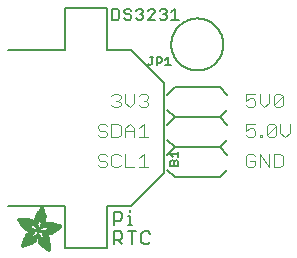
<source format=gbr>
G04 EAGLE Gerber RS-274X export*
G75*
%MOMM*%
%FSLAX34Y34*%
%LPD*%
%INSilkscreen Top*%
%IPPOS*%
%AMOC8*
5,1,8,0,0,1.08239X$1,22.5*%
G01*
%ADD10C,0.152400*%
%ADD11C,0.177800*%
%ADD12R,0.050800X0.006300*%
%ADD13R,0.082600X0.006400*%
%ADD14R,0.120600X0.006300*%
%ADD15R,0.139700X0.006400*%
%ADD16R,0.158800X0.006300*%
%ADD17R,0.177800X0.006400*%
%ADD18R,0.196800X0.006300*%
%ADD19R,0.215900X0.006400*%
%ADD20R,0.228600X0.006300*%
%ADD21R,0.241300X0.006400*%
%ADD22R,0.254000X0.006300*%
%ADD23R,0.266700X0.006400*%
%ADD24R,0.279400X0.006300*%
%ADD25R,0.285700X0.006400*%
%ADD26R,0.298400X0.006300*%
%ADD27R,0.311200X0.006400*%
%ADD28R,0.317500X0.006300*%
%ADD29R,0.330200X0.006400*%
%ADD30R,0.336600X0.006300*%
%ADD31R,0.349200X0.006400*%
%ADD32R,0.361900X0.006300*%
%ADD33R,0.368300X0.006400*%
%ADD34R,0.381000X0.006300*%
%ADD35R,0.387300X0.006400*%
%ADD36R,0.393700X0.006300*%
%ADD37R,0.406400X0.006400*%
%ADD38R,0.412700X0.006300*%
%ADD39R,0.419100X0.006400*%
%ADD40R,0.431800X0.006300*%
%ADD41R,0.438100X0.006400*%
%ADD42R,0.450800X0.006300*%
%ADD43R,0.457200X0.006400*%
%ADD44R,0.463500X0.006300*%
%ADD45R,0.476200X0.006400*%
%ADD46R,0.482600X0.006300*%
%ADD47R,0.488900X0.006400*%
%ADD48R,0.501600X0.006300*%
%ADD49R,0.508000X0.006400*%
%ADD50R,0.514300X0.006300*%
%ADD51R,0.527000X0.006400*%
%ADD52R,0.533400X0.006300*%
%ADD53R,0.546100X0.006400*%
%ADD54R,0.552400X0.006300*%
%ADD55R,0.558800X0.006400*%
%ADD56R,0.571500X0.006300*%
%ADD57R,0.577800X0.006400*%
%ADD58R,0.584200X0.006300*%
%ADD59R,0.596900X0.006400*%
%ADD60R,0.603200X0.006300*%
%ADD61R,0.609600X0.006400*%
%ADD62R,0.622300X0.006300*%
%ADD63R,0.628600X0.006400*%
%ADD64R,0.641300X0.006300*%
%ADD65R,0.647700X0.006400*%
%ADD66R,0.063500X0.006300*%
%ADD67R,0.654000X0.006300*%
%ADD68R,0.101600X0.006400*%
%ADD69R,0.666700X0.006400*%
%ADD70R,0.139700X0.006300*%
%ADD71R,0.673100X0.006300*%
%ADD72R,0.165100X0.006400*%
%ADD73R,0.679400X0.006400*%
%ADD74R,0.196900X0.006300*%
%ADD75R,0.692100X0.006300*%
%ADD76R,0.222200X0.006400*%
%ADD77R,0.698500X0.006400*%
%ADD78R,0.247700X0.006300*%
%ADD79R,0.704800X0.006300*%
%ADD80R,0.279400X0.006400*%
%ADD81R,0.717500X0.006400*%
%ADD82R,0.298500X0.006300*%
%ADD83R,0.723900X0.006300*%
%ADD84R,0.736600X0.006400*%
%ADD85R,0.342900X0.006300*%
%ADD86R,0.742900X0.006300*%
%ADD87R,0.374700X0.006400*%
%ADD88R,0.749300X0.006400*%
%ADD89R,0.762000X0.006300*%
%ADD90R,0.412700X0.006400*%
%ADD91R,0.768300X0.006400*%
%ADD92R,0.438100X0.006300*%
%ADD93R,0.774700X0.006300*%
%ADD94R,0.463600X0.006400*%
%ADD95R,0.787400X0.006400*%
%ADD96R,0.793700X0.006300*%
%ADD97R,0.495300X0.006400*%
%ADD98R,0.800100X0.006400*%
%ADD99R,0.520700X0.006300*%
%ADD100R,0.812800X0.006300*%
%ADD101R,0.533400X0.006400*%
%ADD102R,0.819100X0.006400*%
%ADD103R,0.558800X0.006300*%
%ADD104R,0.825500X0.006300*%
%ADD105R,0.577900X0.006400*%
%ADD106R,0.831800X0.006400*%
%ADD107R,0.596900X0.006300*%
%ADD108R,0.844500X0.006300*%
%ADD109R,0.616000X0.006400*%
%ADD110R,0.850900X0.006400*%
%ADD111R,0.635000X0.006300*%
%ADD112R,0.857200X0.006300*%
%ADD113R,0.654100X0.006400*%
%ADD114R,0.863600X0.006400*%
%ADD115R,0.666700X0.006300*%
%ADD116R,0.869900X0.006300*%
%ADD117R,0.685800X0.006400*%
%ADD118R,0.876300X0.006400*%
%ADD119R,0.882600X0.006300*%
%ADD120R,0.723900X0.006400*%
%ADD121R,0.889000X0.006400*%
%ADD122R,0.895300X0.006300*%
%ADD123R,0.755700X0.006400*%
%ADD124R,0.901700X0.006400*%
%ADD125R,0.908000X0.006300*%
%ADD126R,0.793800X0.006400*%
%ADD127R,0.914400X0.006400*%
%ADD128R,0.806400X0.006300*%
%ADD129R,0.920700X0.006300*%
%ADD130R,0.825500X0.006400*%
%ADD131R,0.927100X0.006400*%
%ADD132R,0.933400X0.006300*%
%ADD133R,0.857300X0.006400*%
%ADD134R,0.939800X0.006400*%
%ADD135R,0.870000X0.006300*%
%ADD136R,0.939800X0.006300*%
%ADD137R,0.946100X0.006400*%
%ADD138R,0.952500X0.006300*%
%ADD139R,0.908000X0.006400*%
%ADD140R,0.958800X0.006400*%
%ADD141R,0.965200X0.006300*%
%ADD142R,0.965200X0.006400*%
%ADD143R,0.971500X0.006300*%
%ADD144R,0.952500X0.006400*%
%ADD145R,0.977900X0.006400*%
%ADD146R,0.958800X0.006300*%
%ADD147R,0.984200X0.006300*%
%ADD148R,0.971500X0.006400*%
%ADD149R,0.984200X0.006400*%
%ADD150R,0.990600X0.006300*%
%ADD151R,0.984300X0.006400*%
%ADD152R,0.996900X0.006400*%
%ADD153R,0.997000X0.006300*%
%ADD154R,0.996900X0.006300*%
%ADD155R,1.003300X0.006400*%
%ADD156R,1.016000X0.006300*%
%ADD157R,1.009600X0.006300*%
%ADD158R,1.016000X0.006400*%
%ADD159R,1.009600X0.006400*%
%ADD160R,1.022300X0.006300*%
%ADD161R,1.028700X0.006400*%
%ADD162R,1.035100X0.006300*%
%ADD163R,1.047800X0.006400*%
%ADD164R,1.054100X0.006300*%
%ADD165R,1.028700X0.006300*%
%ADD166R,1.054100X0.006400*%
%ADD167R,1.035000X0.006400*%
%ADD168R,1.060400X0.006300*%
%ADD169R,1.035000X0.006300*%
%ADD170R,1.060500X0.006400*%
%ADD171R,1.041400X0.006400*%
%ADD172R,1.066800X0.006300*%
%ADD173R,1.041400X0.006300*%
%ADD174R,1.079500X0.006400*%
%ADD175R,1.047700X0.006400*%
%ADD176R,1.085900X0.006300*%
%ADD177R,1.047700X0.006300*%
%ADD178R,1.085800X0.006400*%
%ADD179R,1.092200X0.006300*%
%ADD180R,1.085900X0.006400*%
%ADD181R,1.098600X0.006300*%
%ADD182R,1.098600X0.006400*%
%ADD183R,1.060400X0.006400*%
%ADD184R,1.104900X0.006300*%
%ADD185R,1.104900X0.006400*%
%ADD186R,1.066800X0.006400*%
%ADD187R,1.111200X0.006300*%
%ADD188R,1.117600X0.006400*%
%ADD189R,1.117600X0.006300*%
%ADD190R,1.073100X0.006300*%
%ADD191R,1.073100X0.006400*%
%ADD192R,1.124000X0.006300*%
%ADD193R,1.079500X0.006300*%
%ADD194R,1.123900X0.006400*%
%ADD195R,1.130300X0.006300*%
%ADD196R,1.130300X0.006400*%
%ADD197R,1.136700X0.006400*%
%ADD198R,1.136700X0.006300*%
%ADD199R,1.085800X0.006300*%
%ADD200R,1.136600X0.006400*%
%ADD201R,1.136600X0.006300*%
%ADD202R,1.143000X0.006400*%
%ADD203R,1.143000X0.006300*%
%ADD204R,1.149400X0.006300*%
%ADD205R,1.149300X0.006300*%
%ADD206R,1.149300X0.006400*%
%ADD207R,1.149400X0.006400*%
%ADD208R,1.155700X0.006400*%
%ADD209R,1.155700X0.006300*%
%ADD210R,1.060500X0.006300*%
%ADD211R,2.197100X0.006400*%
%ADD212R,2.197100X0.006300*%
%ADD213R,2.184400X0.006300*%
%ADD214R,2.184400X0.006400*%
%ADD215R,2.171700X0.006400*%
%ADD216R,2.171700X0.006300*%
%ADD217R,1.530300X0.006400*%
%ADD218R,1.505000X0.006300*%
%ADD219R,1.492300X0.006400*%
%ADD220R,1.485900X0.006300*%
%ADD221R,0.565200X0.006300*%
%ADD222R,1.473200X0.006400*%
%ADD223R,0.565200X0.006400*%
%ADD224R,1.460500X0.006300*%
%ADD225R,1.454100X0.006400*%
%ADD226R,0.552400X0.006400*%
%ADD227R,1.441500X0.006300*%
%ADD228R,0.546100X0.006300*%
%ADD229R,1.435100X0.006400*%
%ADD230R,0.539800X0.006400*%
%ADD231R,1.428800X0.006300*%
%ADD232R,1.422400X0.006400*%
%ADD233R,1.409700X0.006300*%
%ADD234R,0.527100X0.006300*%
%ADD235R,1.403300X0.006400*%
%ADD236R,0.527100X0.006400*%
%ADD237R,1.390700X0.006300*%
%ADD238R,1.384300X0.006400*%
%ADD239R,0.520700X0.006400*%
%ADD240R,1.384300X0.006300*%
%ADD241R,0.514400X0.006300*%
%ADD242R,1.371600X0.006400*%
%ADD243R,1.365200X0.006300*%
%ADD244R,0.508000X0.006300*%
%ADD245R,1.352600X0.006400*%
%ADD246R,0.501700X0.006400*%
%ADD247R,0.711200X0.006300*%
%ADD248R,0.603300X0.006300*%
%ADD249R,0.501700X0.006300*%
%ADD250R,0.692100X0.006400*%
%ADD251R,0.571500X0.006400*%
%ADD252R,0.679400X0.006300*%
%ADD253R,0.495300X0.006300*%
%ADD254R,0.673100X0.006400*%
%ADD255R,0.666800X0.006300*%
%ADD256R,0.488900X0.006300*%
%ADD257R,0.660400X0.006400*%
%ADD258R,0.482600X0.006400*%
%ADD259R,0.476200X0.006300*%
%ADD260R,0.654000X0.006400*%
%ADD261R,0.469900X0.006400*%
%ADD262R,0.476300X0.006400*%
%ADD263R,0.647700X0.006300*%
%ADD264R,0.457200X0.006300*%
%ADD265R,0.469900X0.006300*%
%ADD266R,0.641300X0.006400*%
%ADD267R,0.444500X0.006400*%
%ADD268R,0.463600X0.006300*%
%ADD269R,0.635000X0.006400*%
%ADD270R,0.463500X0.006400*%
%ADD271R,0.393700X0.006400*%
%ADD272R,0.450800X0.006400*%
%ADD273R,0.628600X0.006300*%
%ADD274R,0.387400X0.006300*%
%ADD275R,0.450900X0.006300*%
%ADD276R,0.628700X0.006400*%
%ADD277R,0.374600X0.006400*%
%ADD278R,0.368300X0.006300*%
%ADD279R,0.438200X0.006300*%
%ADD280R,0.622300X0.006400*%
%ADD281R,0.355600X0.006400*%
%ADD282R,0.431800X0.006400*%
%ADD283R,0.349300X0.006300*%
%ADD284R,0.425400X0.006300*%
%ADD285R,0.615900X0.006300*%
%ADD286R,0.330200X0.006300*%
%ADD287R,0.419100X0.006300*%
%ADD288R,0.616000X0.006300*%
%ADD289R,0.311200X0.006300*%
%ADD290R,0.406400X0.006300*%
%ADD291R,0.615900X0.006400*%
%ADD292R,0.304800X0.006400*%
%ADD293R,0.158800X0.006400*%
%ADD294R,0.609600X0.006300*%
%ADD295R,0.292100X0.006300*%
%ADD296R,0.235000X0.006300*%
%ADD297R,0.387400X0.006400*%
%ADD298R,0.292100X0.006400*%
%ADD299R,0.336500X0.006300*%
%ADD300R,0.260400X0.006300*%
%ADD301R,0.603300X0.006400*%
%ADD302R,0.260400X0.006400*%
%ADD303R,0.362000X0.006400*%
%ADD304R,0.450900X0.006400*%
%ADD305R,0.355600X0.006300*%
%ADD306R,0.342900X0.006400*%
%ADD307R,0.514300X0.006400*%
%ADD308R,0.234900X0.006300*%
%ADD309R,0.539700X0.006300*%
%ADD310R,0.603200X0.006400*%
%ADD311R,0.234900X0.006400*%
%ADD312R,0.920700X0.006400*%
%ADD313R,0.958900X0.006400*%
%ADD314R,0.215900X0.006300*%
%ADD315R,0.209600X0.006400*%
%ADD316R,0.203200X0.006300*%
%ADD317R,1.003300X0.006300*%
%ADD318R,0.203200X0.006400*%
%ADD319R,0.196900X0.006400*%
%ADD320R,0.190500X0.006300*%
%ADD321R,0.190500X0.006400*%
%ADD322R,0.184200X0.006300*%
%ADD323R,0.590500X0.006400*%
%ADD324R,0.184200X0.006400*%
%ADD325R,0.590500X0.006300*%
%ADD326R,0.177800X0.006300*%
%ADD327R,0.584200X0.006400*%
%ADD328R,1.168400X0.006400*%
%ADD329R,0.171500X0.006300*%
%ADD330R,1.187500X0.006300*%
%ADD331R,1.200100X0.006400*%
%ADD332R,0.577800X0.006300*%
%ADD333R,1.212900X0.006300*%
%ADD334R,1.231900X0.006400*%
%ADD335R,1.250900X0.006300*%
%ADD336R,0.565100X0.006400*%
%ADD337R,0.184100X0.006400*%
%ADD338R,1.263700X0.006400*%
%ADD339R,0.565100X0.006300*%
%ADD340R,1.289100X0.006300*%
%ADD341R,1.314400X0.006400*%
%ADD342R,0.552500X0.006300*%
%ADD343R,1.568500X0.006300*%
%ADD344R,0.552500X0.006400*%
%ADD345R,1.581200X0.006400*%
%ADD346R,1.593800X0.006300*%
%ADD347R,1.606500X0.006400*%
%ADD348R,1.619300X0.006300*%
%ADD349R,0.514400X0.006400*%
%ADD350R,1.638300X0.006400*%
%ADD351R,1.657300X0.006300*%
%ADD352R,2.209800X0.006400*%
%ADD353R,2.425700X0.006300*%
%ADD354R,2.470100X0.006400*%
%ADD355R,2.501900X0.006300*%
%ADD356R,2.533700X0.006400*%
%ADD357R,2.559000X0.006300*%
%ADD358R,2.584500X0.006400*%
%ADD359R,2.609900X0.006300*%
%ADD360R,2.628900X0.006400*%
%ADD361R,2.660600X0.006300*%
%ADD362R,2.673400X0.006400*%
%ADD363R,1.422400X0.006300*%
%ADD364R,1.200200X0.006300*%
%ADD365R,1.365300X0.006300*%
%ADD366R,1.365300X0.006400*%
%ADD367R,1.352500X0.006300*%
%ADD368R,1.098500X0.006300*%
%ADD369R,1.358900X0.006400*%
%ADD370R,1.352600X0.006300*%
%ADD371R,1.358900X0.006300*%
%ADD372R,1.371600X0.006300*%
%ADD373R,1.377900X0.006400*%
%ADD374R,1.397000X0.006400*%
%ADD375R,1.403300X0.006300*%
%ADD376R,0.914400X0.006300*%
%ADD377R,0.876300X0.006300*%
%ADD378R,0.374600X0.006300*%
%ADD379R,1.073200X0.006400*%
%ADD380R,0.374700X0.006300*%
%ADD381R,0.844600X0.006400*%
%ADD382R,0.844600X0.006300*%
%ADD383R,0.831900X0.006400*%
%ADD384R,1.092200X0.006400*%
%ADD385R,0.400000X0.006300*%
%ADD386R,0.819200X0.006400*%
%ADD387R,1.111300X0.006400*%
%ADD388R,0.812800X0.006400*%
%ADD389R,0.800100X0.006300*%
%ADD390R,0.476300X0.006300*%
%ADD391R,1.181100X0.006300*%
%ADD392R,0.501600X0.006400*%
%ADD393R,1.193800X0.006400*%
%ADD394R,0.781000X0.006400*%
%ADD395R,1.238200X0.006400*%
%ADD396R,0.781100X0.006300*%
%ADD397R,1.257300X0.006300*%
%ADD398R,1.295400X0.006400*%
%ADD399R,1.333500X0.006300*%
%ADD400R,0.774700X0.006400*%
%ADD401R,1.866900X0.006400*%
%ADD402R,0.209600X0.006300*%
%ADD403R,1.866900X0.006300*%
%ADD404R,0.768400X0.006400*%
%ADD405R,0.209500X0.006400*%
%ADD406R,1.860600X0.006400*%
%ADD407R,0.762000X0.006400*%
%ADD408R,0.768400X0.006300*%
%ADD409R,1.860600X0.006300*%
%ADD410R,1.860500X0.006400*%
%ADD411R,0.222300X0.006300*%
%ADD412R,1.854200X0.006300*%
%ADD413R,0.235000X0.006400*%
%ADD414R,1.854200X0.006400*%
%ADD415R,0.768300X0.006300*%
%ADD416R,0.260300X0.006400*%
%ADD417R,1.847800X0.006400*%
%ADD418R,0.266700X0.006300*%
%ADD419R,1.847800X0.006300*%
%ADD420R,0.273100X0.006400*%
%ADD421R,1.841500X0.006400*%
%ADD422R,0.285800X0.006300*%
%ADD423R,1.841500X0.006300*%
%ADD424R,0.298500X0.006400*%
%ADD425R,1.835100X0.006400*%
%ADD426R,0.781000X0.006300*%
%ADD427R,0.304800X0.006300*%
%ADD428R,1.835100X0.006300*%
%ADD429R,0.317500X0.006400*%
%ADD430R,1.828800X0.006400*%
%ADD431R,0.787400X0.006300*%
%ADD432R,0.323800X0.006300*%
%ADD433R,1.828800X0.006300*%
%ADD434R,0.793700X0.006400*%
%ADD435R,1.822400X0.006400*%
%ADD436R,0.806500X0.006300*%
%ADD437R,1.822400X0.006300*%
%ADD438R,1.816100X0.006400*%
%ADD439R,0.819100X0.006300*%
%ADD440R,0.387300X0.006300*%
%ADD441R,1.816100X0.006300*%
%ADD442R,1.809800X0.006400*%
%ADD443R,1.803400X0.006300*%
%ADD444R,1.797000X0.006400*%
%ADD445R,0.901700X0.006300*%
%ADD446R,1.797000X0.006300*%
%ADD447R,1.441400X0.006400*%
%ADD448R,1.790700X0.006400*%
%ADD449R,1.447800X0.006300*%
%ADD450R,1.784300X0.006300*%
%ADD451R,1.447800X0.006400*%
%ADD452R,1.784300X0.006400*%
%ADD453R,1.454100X0.006300*%
%ADD454R,1.771700X0.006300*%
%ADD455R,1.460500X0.006400*%
%ADD456R,1.759000X0.006400*%
%ADD457R,1.466800X0.006300*%
%ADD458R,1.752600X0.006300*%
%ADD459R,1.466800X0.006400*%
%ADD460R,1.739900X0.006400*%
%ADD461R,1.473200X0.006300*%
%ADD462R,1.727200X0.006300*%
%ADD463R,1.479500X0.006400*%
%ADD464R,1.714500X0.006400*%
%ADD465R,1.695400X0.006300*%
%ADD466R,1.485900X0.006400*%
%ADD467R,1.682700X0.006400*%
%ADD468R,1.492200X0.006300*%
%ADD469R,1.663700X0.006300*%
%ADD470R,1.498600X0.006400*%
%ADD471R,1.644600X0.006400*%
%ADD472R,1.498600X0.006300*%
%ADD473R,1.619200X0.006300*%
%ADD474R,1.511300X0.006400*%
%ADD475R,1.600200X0.006400*%
%ADD476R,1.517700X0.006300*%
%ADD477R,1.574800X0.006300*%
%ADD478R,1.524000X0.006400*%
%ADD479R,1.555800X0.006400*%
%ADD480R,1.524000X0.006300*%
%ADD481R,1.536700X0.006300*%
%ADD482R,1.530400X0.006400*%
%ADD483R,1.517700X0.006400*%
%ADD484R,1.492300X0.006300*%
%ADD485R,1.549400X0.006400*%
%ADD486R,1.479600X0.006400*%
%ADD487R,1.549400X0.006300*%
%ADD488R,1.555700X0.006400*%
%ADD489R,1.562100X0.006300*%
%ADD490R,0.323900X0.006300*%
%ADD491R,1.568400X0.006400*%
%ADD492R,0.336600X0.006400*%
%ADD493R,1.587500X0.006300*%
%ADD494R,0.971600X0.006300*%
%ADD495R,0.349300X0.006400*%
%ADD496R,1.600200X0.006300*%
%ADD497R,0.920800X0.006300*%
%ADD498R,0.882700X0.006400*%
%ADD499R,1.612900X0.006300*%
%ADD500R,0.362000X0.006300*%
%ADD501R,1.625600X0.006400*%
%ADD502R,1.625600X0.006300*%
%ADD503R,1.644600X0.006300*%
%ADD504R,0.736600X0.006300*%
%ADD505R,0.717600X0.006400*%
%ADD506R,1.657400X0.006300*%
%ADD507R,0.679500X0.006300*%
%ADD508R,1.663700X0.006400*%
%ADD509R,0.400000X0.006400*%
%ADD510R,1.676400X0.006300*%
%ADD511R,1.676400X0.006400*%
%ADD512R,0.425500X0.006400*%
%ADD513R,1.352500X0.006400*%
%ADD514R,0.444500X0.006300*%
%ADD515R,0.361900X0.006400*%
%ADD516R,0.088900X0.006300*%
%ADD517R,1.009700X0.006300*%
%ADD518R,1.009700X0.006400*%
%ADD519R,1.022300X0.006400*%
%ADD520R,1.346200X0.006400*%
%ADD521R,1.346200X0.006300*%
%ADD522R,1.339900X0.006400*%
%ADD523R,1.035100X0.006400*%
%ADD524R,1.339800X0.006300*%
%ADD525R,1.333500X0.006400*%
%ADD526R,1.327200X0.006400*%
%ADD527R,1.320800X0.006300*%
%ADD528R,1.314500X0.006400*%
%ADD529R,1.314400X0.006300*%
%ADD530R,1.301700X0.006400*%
%ADD531R,1.295400X0.006300*%
%ADD532R,1.289000X0.006400*%
%ADD533R,1.276300X0.006300*%
%ADD534R,1.251000X0.006300*%
%ADD535R,1.244600X0.006400*%
%ADD536R,1.231900X0.006300*%
%ADD537R,1.212800X0.006400*%
%ADD538R,1.200100X0.006300*%
%ADD539R,1.187400X0.006400*%
%ADD540R,1.168400X0.006300*%
%ADD541R,1.047800X0.006300*%
%ADD542R,0.977900X0.006300*%
%ADD543R,0.946200X0.006400*%
%ADD544R,0.933400X0.006400*%
%ADD545R,0.895300X0.006400*%
%ADD546R,0.882700X0.006300*%
%ADD547R,0.863600X0.006300*%
%ADD548R,0.857200X0.006400*%
%ADD549R,0.850900X0.006300*%
%ADD550R,0.838200X0.006300*%
%ADD551R,0.806500X0.006400*%
%ADD552R,0.717600X0.006300*%
%ADD553R,0.711200X0.006400*%
%ADD554R,0.641400X0.006400*%
%ADD555R,0.641400X0.006300*%
%ADD556R,0.628700X0.006300*%
%ADD557R,0.590600X0.006300*%
%ADD558R,0.539700X0.006400*%
%ADD559R,0.285700X0.006300*%
%ADD560R,0.222200X0.006300*%
%ADD561R,0.171400X0.006300*%
%ADD562R,0.152400X0.006400*%
%ADD563R,0.133400X0.006300*%
%ADD564C,0.203200*%
%ADD565C,0.200000*%
%ADD566C,0.101600*%


D10*
X88646Y208796D02*
X88646Y199390D01*
X93349Y199390D01*
X94917Y200958D01*
X94917Y207228D01*
X93349Y208796D01*
X88646Y208796D01*
X103406Y208796D02*
X104974Y207228D01*
X103406Y208796D02*
X100270Y208796D01*
X98703Y207228D01*
X98703Y205661D01*
X100270Y204093D01*
X103406Y204093D01*
X104974Y202525D01*
X104974Y200958D01*
X103406Y199390D01*
X100270Y199390D01*
X98703Y200958D01*
X108760Y207228D02*
X110327Y208796D01*
X113463Y208796D01*
X115030Y207228D01*
X115030Y205661D01*
X113463Y204093D01*
X111895Y204093D01*
X113463Y204093D02*
X115030Y202525D01*
X115030Y200958D01*
X113463Y199390D01*
X110327Y199390D01*
X108760Y200958D01*
X118816Y199390D02*
X125087Y199390D01*
X118816Y199390D02*
X125087Y205661D01*
X125087Y207228D01*
X123519Y208796D01*
X120384Y208796D01*
X118816Y207228D01*
X128873Y207228D02*
X130441Y208796D01*
X133576Y208796D01*
X135144Y207228D01*
X135144Y205661D01*
X133576Y204093D01*
X132009Y204093D01*
X133576Y204093D02*
X135144Y202525D01*
X135144Y200958D01*
X133576Y199390D01*
X130441Y199390D01*
X128873Y200958D01*
X138930Y205661D02*
X142065Y208796D01*
X142065Y199390D01*
X138930Y199390D02*
X145201Y199390D01*
D11*
X90043Y20202D02*
X90043Y9271D01*
X90043Y20202D02*
X95509Y20202D01*
X97331Y18380D01*
X97331Y14737D01*
X95509Y12915D01*
X90043Y12915D01*
X93687Y12915D02*
X97331Y9271D01*
X105381Y9271D02*
X105381Y20202D01*
X101737Y20202D02*
X109025Y20202D01*
X118897Y20202D02*
X120718Y18380D01*
X118897Y20202D02*
X115253Y20202D01*
X113431Y18380D01*
X113431Y11093D01*
X115253Y9271D01*
X118897Y9271D01*
X120718Y11093D01*
X90043Y25781D02*
X90043Y36712D01*
X95509Y36712D01*
X97331Y34890D01*
X97331Y31247D01*
X95509Y29425D01*
X90043Y29425D01*
X101737Y33069D02*
X103559Y33069D01*
X103559Y25781D01*
X101737Y25781D02*
X105381Y25781D01*
X103559Y36712D02*
X103559Y38534D01*
D12*
X35020Y2985D03*
D13*
X35052Y3048D03*
D14*
X35052Y3112D03*
D15*
X35021Y3175D03*
D16*
X35052Y3239D03*
D17*
X35020Y3302D03*
D18*
X35052Y3366D03*
D19*
X35021Y3429D03*
D20*
X35020Y3493D03*
D21*
X34957Y3556D03*
D22*
X34957Y3620D03*
D23*
X34894Y3683D03*
D24*
X34893Y3747D03*
D25*
X34862Y3810D03*
D26*
X34798Y3874D03*
D27*
X34798Y3937D03*
D28*
X34767Y4001D03*
D29*
X34703Y4064D03*
D30*
X34671Y4128D03*
D31*
X34671Y4191D03*
D32*
X34608Y4255D03*
D33*
X34576Y4318D03*
D34*
X34512Y4382D03*
D35*
X34481Y4445D03*
D36*
X34449Y4509D03*
D37*
X34385Y4572D03*
D38*
X34354Y4636D03*
D39*
X34322Y4699D03*
D40*
X34258Y4763D03*
D41*
X34227Y4826D03*
D42*
X34163Y4890D03*
D43*
X34131Y4953D03*
D44*
X34100Y5017D03*
D45*
X34036Y5080D03*
D46*
X34004Y5144D03*
D47*
X33973Y5207D03*
D48*
X33909Y5271D03*
D49*
X33877Y5334D03*
D50*
X33846Y5398D03*
D51*
X33782Y5461D03*
D52*
X33750Y5525D03*
D53*
X33687Y5588D03*
D54*
X33655Y5652D03*
D55*
X33623Y5715D03*
D56*
X33560Y5779D03*
D57*
X33528Y5842D03*
D58*
X33496Y5906D03*
D59*
X33433Y5969D03*
D60*
X33401Y6033D03*
D61*
X33369Y6096D03*
D62*
X33306Y6160D03*
D63*
X33274Y6223D03*
D64*
X33211Y6287D03*
D65*
X33179Y6350D03*
D66*
X13367Y6414D03*
D67*
X33147Y6414D03*
D68*
X13367Y6477D03*
D69*
X33084Y6477D03*
D70*
X13431Y6541D03*
D71*
X33052Y6541D03*
D72*
X13494Y6604D03*
D73*
X33020Y6604D03*
D74*
X13526Y6668D03*
D75*
X32957Y6668D03*
D76*
X13589Y6731D03*
D77*
X32925Y6731D03*
D78*
X13653Y6795D03*
D79*
X32893Y6795D03*
D80*
X13748Y6858D03*
D81*
X32830Y6858D03*
D82*
X13780Y6922D03*
D83*
X32798Y6922D03*
D29*
X13875Y6985D03*
D84*
X32734Y6985D03*
D85*
X13939Y7049D03*
D86*
X32703Y7049D03*
D87*
X14034Y7112D03*
D88*
X32671Y7112D03*
D36*
X14129Y7176D03*
D89*
X32607Y7176D03*
D90*
X14161Y7239D03*
D91*
X32576Y7239D03*
D92*
X14288Y7303D03*
D93*
X32544Y7303D03*
D94*
X14351Y7366D03*
D95*
X32480Y7366D03*
D46*
X14446Y7430D03*
D96*
X32449Y7430D03*
D97*
X14510Y7493D03*
D98*
X32417Y7493D03*
D99*
X14637Y7557D03*
D100*
X32353Y7557D03*
D101*
X14700Y7620D03*
D102*
X32322Y7620D03*
D103*
X14827Y7684D03*
D104*
X32290Y7684D03*
D105*
X14923Y7747D03*
D106*
X32258Y7747D03*
D107*
X15018Y7811D03*
D108*
X32195Y7811D03*
D109*
X15113Y7874D03*
D110*
X32163Y7874D03*
D111*
X15208Y7938D03*
D112*
X32131Y7938D03*
D113*
X15304Y8001D03*
D114*
X32099Y8001D03*
D115*
X15431Y8065D03*
D116*
X32068Y8065D03*
D117*
X15526Y8128D03*
D118*
X32036Y8128D03*
D79*
X15621Y8192D03*
D119*
X32004Y8192D03*
D120*
X15717Y8255D03*
D121*
X31972Y8255D03*
D86*
X15812Y8319D03*
D122*
X31941Y8319D03*
D123*
X15939Y8382D03*
D124*
X31909Y8382D03*
D93*
X16034Y8446D03*
D125*
X31877Y8446D03*
D126*
X16129Y8509D03*
D127*
X31845Y8509D03*
D128*
X16256Y8573D03*
D129*
X31814Y8573D03*
D130*
X16352Y8636D03*
D131*
X31782Y8636D03*
D108*
X16447Y8700D03*
D132*
X31750Y8700D03*
D133*
X16574Y8763D03*
D134*
X31718Y8763D03*
D135*
X16637Y8827D03*
D136*
X31718Y8827D03*
D121*
X16732Y8890D03*
D137*
X31687Y8890D03*
D122*
X16828Y8954D03*
D138*
X31655Y8954D03*
D139*
X16891Y9017D03*
D140*
X31623Y9017D03*
D129*
X16955Y9081D03*
D141*
X31591Y9081D03*
D131*
X17050Y9144D03*
D142*
X31591Y9144D03*
D136*
X17113Y9208D03*
D143*
X31560Y9208D03*
D144*
X17177Y9271D03*
D145*
X31528Y9271D03*
D146*
X17272Y9335D03*
D147*
X31496Y9335D03*
D148*
X17336Y9398D03*
D149*
X31496Y9398D03*
D147*
X17399Y9462D03*
D150*
X31464Y9462D03*
D151*
X17463Y9525D03*
D152*
X31433Y9525D03*
D153*
X17526Y9589D03*
D154*
X31433Y9589D03*
D155*
X17558Y9652D03*
X31401Y9652D03*
D156*
X17621Y9716D03*
D157*
X31369Y9716D03*
D158*
X17685Y9779D03*
D159*
X31369Y9779D03*
D160*
X17717Y9843D03*
D156*
X31337Y9843D03*
D161*
X17812Y9906D03*
D158*
X31337Y9906D03*
D162*
X17844Y9970D03*
D160*
X31306Y9970D03*
D163*
X17907Y10033D03*
D161*
X31274Y10033D03*
D164*
X17939Y10097D03*
D165*
X31274Y10097D03*
D166*
X18003Y10160D03*
D167*
X31242Y10160D03*
D168*
X18034Y10224D03*
D169*
X31242Y10224D03*
D170*
X18098Y10287D03*
D171*
X31210Y10287D03*
D172*
X18129Y10351D03*
D173*
X31210Y10351D03*
D174*
X18193Y10414D03*
D175*
X31179Y10414D03*
D176*
X18225Y10478D03*
D177*
X31179Y10478D03*
D178*
X18288Y10541D03*
D166*
X31147Y10541D03*
D179*
X18320Y10605D03*
D164*
X31147Y10605D03*
D180*
X18352Y10668D03*
D166*
X31147Y10668D03*
D181*
X18415Y10732D03*
D168*
X31115Y10732D03*
D182*
X18415Y10795D03*
D183*
X31115Y10795D03*
D184*
X18447Y10859D03*
D172*
X31083Y10859D03*
D185*
X18511Y10922D03*
D186*
X31083Y10922D03*
D187*
X18542Y10986D03*
D172*
X31083Y10986D03*
D188*
X18574Y11049D03*
D186*
X31083Y11049D03*
D189*
X18637Y11113D03*
D190*
X31052Y11113D03*
D188*
X18637Y11176D03*
D191*
X31052Y11176D03*
D192*
X18669Y11240D03*
D193*
X31020Y11240D03*
D194*
X18733Y11303D03*
D174*
X31020Y11303D03*
D195*
X18765Y11367D03*
D193*
X31020Y11367D03*
D196*
X18765Y11430D03*
D174*
X31020Y11430D03*
D195*
X18828Y11494D03*
D193*
X31020Y11494D03*
D197*
X18860Y11557D03*
D178*
X30988Y11557D03*
D198*
X18860Y11621D03*
D199*
X30988Y11621D03*
D200*
X18923Y11684D03*
D174*
X30957Y11684D03*
D201*
X18923Y11748D03*
D193*
X30957Y11748D03*
D202*
X18955Y11811D03*
D180*
X30925Y11811D03*
D203*
X19018Y11875D03*
D176*
X30925Y11875D03*
D202*
X19018Y11938D03*
D180*
X30925Y11938D03*
D204*
X19050Y12002D03*
D176*
X30925Y12002D03*
D202*
X19082Y12065D03*
D180*
X30925Y12065D03*
D205*
X19114Y12129D03*
D176*
X30925Y12129D03*
D206*
X19114Y12192D03*
D180*
X30925Y12192D03*
D204*
X19177Y12256D03*
D176*
X30925Y12256D03*
D207*
X19177Y12319D03*
D180*
X30925Y12319D03*
D204*
X19177Y12383D03*
D199*
X30861Y12383D03*
D206*
X19241Y12446D03*
D178*
X30861Y12446D03*
D205*
X19241Y12510D03*
D199*
X30861Y12510D03*
D208*
X19273Y12573D03*
D178*
X30861Y12573D03*
D204*
X19304Y12637D03*
D199*
X30861Y12637D03*
D207*
X19304Y12700D03*
D178*
X30861Y12700D03*
D209*
X19336Y12764D03*
D199*
X30861Y12764D03*
D206*
X19368Y12827D03*
D178*
X30861Y12827D03*
D205*
X19368Y12891D03*
D193*
X30830Y12891D03*
D208*
X19400Y12954D03*
D174*
X30830Y12954D03*
D204*
X19431Y13018D03*
D193*
X30830Y13018D03*
D207*
X19431Y13081D03*
D174*
X30830Y13081D03*
D204*
X19431Y13145D03*
D193*
X30830Y13145D03*
D206*
X19495Y13208D03*
D191*
X30798Y13208D03*
D205*
X19495Y13272D03*
D190*
X30798Y13272D03*
D206*
X19495Y13335D03*
D186*
X30829Y13335D03*
D204*
X19558Y13399D03*
D172*
X30829Y13399D03*
D207*
X19558Y13462D03*
D186*
X30829Y13462D03*
D204*
X19558Y13526D03*
D210*
X30798Y13526D03*
D202*
X19590Y13589D03*
D170*
X30798Y13589D03*
D205*
X19622Y13653D03*
D210*
X30798Y13653D03*
D206*
X19622Y13716D03*
D166*
X30766Y13716D03*
D203*
X19653Y13780D03*
D164*
X30766Y13780D03*
D207*
X19685Y13843D03*
D166*
X30766Y13843D03*
D204*
X19685Y13907D03*
D164*
X30766Y13907D03*
D211*
X24988Y13970D03*
D212*
X24988Y14034D03*
D211*
X24988Y14097D03*
D213*
X24987Y14161D03*
D214*
X24987Y14224D03*
D213*
X24987Y14288D03*
D215*
X24988Y14351D03*
D216*
X24988Y14415D03*
D217*
X21781Y14478D03*
D59*
X32798Y14478D03*
D218*
X21717Y14542D03*
D58*
X32861Y14542D03*
D219*
X21654Y14605D03*
D57*
X32893Y14605D03*
D220*
X21622Y14669D03*
D221*
X32893Y14669D03*
D222*
X21558Y14732D03*
D223*
X32893Y14732D03*
D224*
X21559Y14796D03*
D54*
X32893Y14796D03*
D225*
X21527Y14859D03*
D226*
X32893Y14859D03*
D227*
X21527Y14923D03*
D228*
X32862Y14923D03*
D229*
X21495Y14986D03*
D230*
X32893Y14986D03*
D231*
X21463Y15050D03*
D52*
X32861Y15050D03*
D232*
X21431Y15113D03*
D101*
X32861Y15113D03*
D233*
X21432Y15177D03*
D234*
X32830Y15177D03*
D235*
X21400Y15240D03*
D236*
X32830Y15240D03*
D237*
X21400Y15304D03*
D99*
X32798Y15304D03*
D238*
X21368Y15367D03*
D239*
X32798Y15367D03*
D240*
X21368Y15431D03*
D241*
X32766Y15431D03*
D242*
X21368Y15494D03*
D49*
X32734Y15494D03*
D243*
X21336Y15558D03*
D244*
X32734Y15558D03*
D245*
X21336Y15621D03*
D246*
X32703Y15621D03*
D247*
X18129Y15685D03*
D248*
X25083Y15685D03*
D249*
X32703Y15685D03*
D250*
X18098Y15748D03*
D251*
X25178Y15748D03*
D97*
X32671Y15748D03*
D252*
X18034Y15812D03*
D228*
X25242Y15812D03*
D253*
X32608Y15812D03*
D254*
X18066Y15875D03*
D101*
X25305Y15875D03*
D47*
X32576Y15875D03*
D255*
X18034Y15939D03*
D50*
X25337Y15939D03*
D256*
X32576Y15939D03*
D257*
X18002Y16002D03*
D97*
X25369Y16002D03*
D258*
X32544Y16002D03*
D67*
X18034Y16066D03*
D46*
X25432Y16066D03*
D259*
X32512Y16066D03*
D260*
X18034Y16129D03*
D261*
X25432Y16129D03*
D262*
X32449Y16129D03*
D263*
X18066Y16193D03*
D264*
X25495Y16193D03*
D265*
X32417Y16193D03*
D266*
X18098Y16256D03*
D267*
X25496Y16256D03*
D261*
X32417Y16256D03*
D64*
X18098Y16320D03*
D40*
X25559Y16320D03*
D268*
X32385Y16320D03*
D269*
X18129Y16383D03*
D39*
X25559Y16383D03*
D270*
X32322Y16383D03*
D111*
X18129Y16447D03*
D38*
X25591Y16447D03*
D264*
X32290Y16447D03*
D63*
X18161Y16510D03*
D271*
X25623Y16510D03*
D272*
X32258Y16510D03*
D273*
X18161Y16574D03*
D274*
X25654Y16574D03*
D275*
X32195Y16574D03*
D276*
X18225Y16637D03*
D277*
X25654Y16637D03*
D267*
X32163Y16637D03*
D62*
X18257Y16701D03*
D278*
X25686Y16701D03*
D279*
X32131Y16701D03*
D280*
X18257Y16764D03*
D281*
X25686Y16764D03*
D282*
X32036Y16764D03*
D62*
X18320Y16828D03*
D283*
X25718Y16828D03*
D284*
X32004Y16828D03*
D280*
X18320Y16891D03*
D29*
X25749Y16891D03*
D39*
X31973Y16891D03*
D285*
X18352Y16955D03*
D286*
X25749Y16955D03*
D287*
X31909Y16955D03*
D109*
X18415Y17018D03*
D27*
X25781Y17018D03*
D37*
X31845Y17018D03*
D288*
X18415Y17082D03*
D289*
X25781Y17082D03*
D290*
X31782Y17082D03*
D291*
X18479Y17145D03*
D292*
X25813Y17145D03*
D271*
X31719Y17145D03*
D293*
X35687Y17145D03*
D294*
X18510Y17209D03*
D295*
X25813Y17209D03*
D36*
X31655Y17209D03*
D296*
X35687Y17209D03*
D109*
X18542Y17272D03*
D25*
X25845Y17272D03*
D297*
X31623Y17272D03*
D298*
X35719Y17272D03*
D285*
X18606Y17336D03*
D24*
X25876Y17336D03*
D34*
X31528Y17336D03*
D299*
X35751Y17336D03*
D61*
X18637Y17399D03*
D23*
X25877Y17399D03*
D277*
X31496Y17399D03*
D87*
X35751Y17399D03*
D294*
X18701Y17463D03*
D300*
X25908Y17463D03*
D278*
X31401Y17463D03*
D38*
X35751Y17463D03*
D301*
X18733Y17526D03*
D302*
X25908Y17526D03*
D303*
X31369Y17526D03*
D304*
X35751Y17526D03*
D294*
X18764Y17590D03*
D22*
X25940Y17590D03*
D305*
X31274Y17590D03*
D46*
X35719Y17590D03*
D61*
X18828Y17653D03*
D21*
X25940Y17653D03*
D306*
X31211Y17653D03*
D307*
X35751Y17653D03*
D248*
X18860Y17717D03*
D308*
X25972Y17717D03*
D85*
X31147Y17717D03*
D309*
X35751Y17717D03*
D310*
X18923Y17780D03*
D311*
X25972Y17780D03*
D312*
X33973Y17780D03*
D248*
X18987Y17844D03*
D20*
X26003Y17844D03*
D132*
X34036Y17844D03*
D310*
X19050Y17907D03*
D19*
X26004Y17907D03*
D313*
X34100Y17907D03*
D107*
X19082Y17971D03*
D314*
X26004Y17971D03*
D141*
X34131Y17971D03*
D59*
X19146Y18034D03*
D315*
X26035Y18034D03*
D149*
X34163Y18034D03*
D107*
X19209Y18098D03*
D316*
X26067Y18098D03*
D317*
X34195Y18098D03*
D59*
X19273Y18161D03*
D318*
X26067Y18161D03*
D158*
X34258Y18161D03*
D107*
X19336Y18225D03*
D74*
X26099Y18225D03*
D169*
X34290Y18225D03*
D59*
X19400Y18288D03*
D319*
X26099Y18288D03*
D163*
X34290Y18288D03*
D107*
X19463Y18352D03*
D320*
X26131Y18352D03*
D172*
X34322Y18352D03*
D59*
X19527Y18415D03*
D321*
X26131Y18415D03*
D191*
X34354Y18415D03*
D107*
X19590Y18479D03*
D322*
X26162Y18479D03*
D179*
X34385Y18479D03*
D323*
X19622Y18542D03*
D324*
X26162Y18542D03*
D185*
X34386Y18542D03*
D325*
X19749Y18606D03*
D326*
X26194Y18606D03*
D192*
X34417Y18606D03*
D327*
X19780Y18669D03*
D17*
X26194Y18669D03*
D200*
X34417Y18669D03*
D325*
X19876Y18733D03*
D326*
X26194Y18733D03*
D209*
X34449Y18733D03*
D327*
X19971Y18796D03*
D17*
X26194Y18796D03*
D328*
X34449Y18796D03*
D58*
X20034Y18860D03*
D329*
X26226Y18860D03*
D330*
X34481Y18860D03*
D105*
X20130Y18923D03*
D17*
X26257Y18923D03*
D331*
X34481Y18923D03*
D332*
X20193Y18987D03*
D326*
X26257Y18987D03*
D333*
X34481Y18987D03*
D57*
X20320Y19050D03*
D324*
X26289Y19050D03*
D334*
X34513Y19050D03*
D56*
X20416Y19114D03*
D322*
X26289Y19114D03*
D335*
X34481Y19114D03*
D336*
X20511Y19177D03*
D337*
X26353Y19177D03*
D338*
X34481Y19177D03*
D339*
X20638Y19241D03*
D74*
X26353Y19241D03*
D340*
X34481Y19241D03*
D55*
X20733Y19304D03*
D315*
X26416Y19304D03*
D341*
X34417Y19304D03*
D342*
X20892Y19368D03*
D343*
X33211Y19368D03*
D344*
X21019Y19431D03*
D345*
X33274Y19431D03*
D52*
X21177Y19495D03*
D346*
X33274Y19495D03*
D101*
X21368Y19558D03*
D347*
X33338Y19558D03*
D99*
X21495Y19622D03*
D348*
X33338Y19622D03*
D349*
X21717Y19685D03*
D350*
X33370Y19685D03*
D99*
X21940Y19749D03*
D351*
X33338Y19749D03*
D352*
X30639Y19812D03*
D353*
X29687Y19876D03*
D354*
X29528Y19939D03*
D355*
X29433Y20003D03*
D356*
X29401Y20066D03*
D357*
X29337Y20130D03*
D358*
X29274Y20193D03*
D359*
X29274Y20257D03*
D360*
X29242Y20320D03*
D361*
X29210Y20384D03*
D362*
X29210Y20447D03*
D363*
X22765Y20511D03*
D364*
X36703Y20511D03*
D238*
X22511Y20574D03*
D208*
X36989Y20574D03*
D365*
X22289Y20638D03*
D192*
X37211Y20638D03*
D366*
X22162Y20701D03*
D188*
X37370Y20701D03*
D367*
X22035Y20765D03*
D368*
X37529Y20765D03*
D369*
X21940Y20828D03*
D180*
X37656Y20828D03*
D370*
X21844Y20892D03*
D193*
X37815Y20892D03*
D369*
X21749Y20955D03*
D186*
X37941Y20955D03*
D371*
X21686Y21019D03*
D210*
X38037Y21019D03*
D242*
X21622Y21082D03*
D170*
X38164Y21082D03*
D372*
X21558Y21146D03*
D164*
X38259Y21146D03*
D373*
X21527Y21209D03*
D183*
X38354Y21209D03*
D240*
X21495Y21273D03*
D164*
X38450Y21273D03*
D374*
X21431Y21336D03*
D170*
X38545Y21336D03*
D375*
X21400Y21400D03*
D164*
X38640Y21400D03*
D134*
X19018Y21463D03*
D37*
X26384Y21463D03*
D166*
X38704Y21463D03*
D376*
X18828Y21527D03*
D36*
X26512Y21527D03*
D210*
X38799Y21527D03*
D121*
X18637Y21590D03*
D87*
X26607Y21590D03*
D183*
X38862Y21590D03*
D377*
X18511Y21654D03*
D378*
X26670Y21654D03*
D190*
X38926Y21654D03*
D114*
X18383Y21717D03*
D33*
X26702Y21717D03*
D379*
X38989Y21717D03*
D112*
X18288Y21781D03*
D380*
X26734Y21781D03*
D190*
X39053Y21781D03*
D381*
X18161Y21844D03*
D277*
X26797Y21844D03*
D178*
X39116Y21844D03*
D382*
X18034Y21908D03*
D34*
X26829Y21908D03*
D179*
X39148Y21908D03*
D383*
X17971Y21971D03*
D35*
X26861Y21971D03*
D384*
X39211Y21971D03*
D104*
X17876Y22035D03*
D385*
X26924Y22035D03*
D184*
X39275Y22035D03*
D386*
X17780Y22098D03*
D37*
X26956Y22098D03*
D387*
X39307Y22098D03*
D100*
X17685Y22162D03*
D287*
X27020Y22162D03*
D195*
X39339Y22162D03*
D388*
X17621Y22225D03*
D282*
X27083Y22225D03*
D200*
X39370Y22225D03*
D128*
X17526Y22289D03*
D92*
X27115Y22289D03*
D204*
X39370Y22289D03*
D98*
X17431Y22352D03*
D94*
X27178Y22352D03*
D328*
X39402Y22352D03*
D389*
X17368Y22416D03*
D390*
X27242Y22416D03*
D391*
X39402Y22416D03*
D126*
X17272Y22479D03*
D392*
X27305Y22479D03*
D393*
X39402Y22479D03*
D96*
X17209Y22543D03*
D50*
X27369Y22543D03*
D333*
X39434Y22543D03*
D394*
X17145Y22606D03*
D53*
X27464Y22606D03*
D395*
X39370Y22606D03*
D396*
X17082Y22670D03*
D332*
X27559Y22670D03*
D397*
X39339Y22670D03*
D394*
X17018Y22733D03*
D109*
X27686Y22733D03*
D398*
X39275Y22733D03*
D396*
X16955Y22797D03*
D20*
X25749Y22797D03*
D284*
X29083Y22797D03*
D399*
X39148Y22797D03*
D400*
X16923Y22860D03*
D19*
X25623Y22860D03*
D401*
X36545Y22860D03*
D93*
X16860Y22924D03*
D402*
X25527Y22924D03*
D403*
X36608Y22924D03*
D404*
X16764Y22987D03*
D405*
X25464Y22987D03*
D406*
X36703Y22987D03*
D93*
X16733Y23051D03*
D402*
X25400Y23051D03*
D403*
X36735Y23051D03*
D407*
X16669Y23114D03*
D19*
X25369Y23114D03*
D406*
X36830Y23114D03*
D408*
X16637Y23178D03*
D314*
X25305Y23178D03*
D409*
X36830Y23178D03*
D91*
X16574Y23241D03*
D76*
X25273Y23241D03*
D410*
X36894Y23241D03*
D408*
X16510Y23305D03*
D411*
X25210Y23305D03*
D412*
X36925Y23305D03*
D407*
X16478Y23368D03*
D413*
X25146Y23368D03*
D414*
X36989Y23368D03*
D415*
X16447Y23432D03*
D308*
X25083Y23432D03*
D412*
X36989Y23432D03*
D404*
X16383Y23495D03*
D21*
X25051Y23495D03*
D414*
X37052Y23495D03*
D89*
X16351Y23559D03*
D22*
X24987Y23559D03*
D412*
X37052Y23559D03*
D91*
X16320Y23622D03*
D416*
X24956Y23622D03*
D417*
X37084Y23622D03*
D408*
X16256Y23686D03*
D418*
X24861Y23686D03*
D419*
X37084Y23686D03*
D400*
X16225Y23749D03*
D420*
X24829Y23749D03*
D421*
X37116Y23749D03*
D93*
X16225Y23813D03*
D422*
X24765Y23813D03*
D423*
X37116Y23813D03*
D400*
X16161Y23876D03*
D424*
X24702Y23876D03*
D425*
X37148Y23876D03*
D426*
X16129Y23940D03*
D427*
X24606Y23940D03*
D428*
X37148Y23940D03*
D95*
X16097Y24003D03*
D429*
X24543Y24003D03*
D430*
X37179Y24003D03*
D431*
X16097Y24067D03*
D432*
X24511Y24067D03*
D433*
X37179Y24067D03*
D434*
X16066Y24130D03*
D306*
X24416Y24130D03*
D435*
X37211Y24130D03*
D436*
X16066Y24194D03*
D305*
X24352Y24194D03*
D437*
X37211Y24194D03*
D388*
X16034Y24257D03*
D277*
X24257Y24257D03*
D438*
X37180Y24257D03*
D439*
X16066Y24321D03*
D440*
X24194Y24321D03*
D441*
X37180Y24321D03*
D383*
X16066Y24384D03*
D37*
X24098Y24384D03*
D442*
X37211Y24384D03*
D108*
X16066Y24448D03*
D284*
X24003Y24448D03*
D443*
X37179Y24448D03*
D114*
X16161Y24511D03*
D43*
X23844Y24511D03*
D444*
X37211Y24511D03*
D445*
X16288Y24575D03*
D48*
X23622Y24575D03*
D446*
X37211Y24575D03*
D447*
X18923Y24638D03*
D448*
X37180Y24638D03*
D449*
X18891Y24702D03*
D450*
X37148Y24702D03*
D451*
X18891Y24765D03*
D452*
X37148Y24765D03*
D453*
X18860Y24829D03*
D454*
X37148Y24829D03*
D455*
X18828Y24892D03*
D456*
X37084Y24892D03*
D457*
X18796Y24956D03*
D458*
X37052Y24956D03*
D459*
X18796Y25019D03*
D460*
X36989Y25019D03*
D461*
X18764Y25083D03*
D462*
X36989Y25083D03*
D463*
X18733Y25146D03*
D464*
X36926Y25146D03*
D220*
X18701Y25210D03*
D465*
X36830Y25210D03*
D466*
X18701Y25273D03*
D467*
X36767Y25273D03*
D468*
X18669Y25337D03*
D469*
X36672Y25337D03*
D470*
X18637Y25400D03*
D471*
X36576Y25400D03*
D472*
X18637Y25464D03*
D473*
X36449Y25464D03*
D474*
X18638Y25527D03*
D475*
X36417Y25527D03*
D476*
X18606Y25591D03*
D477*
X36290Y25591D03*
D478*
X18574Y25654D03*
D479*
X36195Y25654D03*
D480*
X18574Y25718D03*
D481*
X36100Y25718D03*
D482*
X18542Y25781D03*
D483*
X36005Y25781D03*
D481*
X18511Y25845D03*
D484*
X35878Y25845D03*
D485*
X18510Y25908D03*
D486*
X35814Y25908D03*
D487*
X18510Y25972D03*
D289*
X29972Y25972D03*
D203*
X37306Y25972D03*
D488*
X18479Y26035D03*
D429*
X30004Y26035D03*
D185*
X37243Y26035D03*
D489*
X18447Y26099D03*
D490*
X30036Y26099D03*
D199*
X37211Y26099D03*
D491*
X18415Y26162D03*
D29*
X30067Y26162D03*
D166*
X37116Y26162D03*
D477*
X18447Y26226D03*
D286*
X30067Y26226D03*
D165*
X37053Y26226D03*
D345*
X18415Y26289D03*
D492*
X30099Y26289D03*
D152*
X37021Y26289D03*
D493*
X18384Y26353D03*
D85*
X30131Y26353D03*
D494*
X36957Y26353D03*
D475*
X18383Y26416D03*
D495*
X30163Y26416D03*
D134*
X36862Y26416D03*
D496*
X18383Y26480D03*
D305*
X30194Y26480D03*
D497*
X36830Y26480D03*
D347*
X18352Y26543D03*
D281*
X30194Y26543D03*
D498*
X36767Y26543D03*
D499*
X18320Y26607D03*
D500*
X30226Y26607D03*
D112*
X36703Y26607D03*
D501*
X18320Y26670D03*
D33*
X30258Y26670D03*
D383*
X36640Y26670D03*
D502*
X18320Y26734D03*
D380*
X30290Y26734D03*
D389*
X36608Y26734D03*
D350*
X18320Y26797D03*
D87*
X30290Y26797D03*
D400*
X36545Y26797D03*
D503*
X18288Y26861D03*
D34*
X30321Y26861D03*
D504*
X36481Y26861D03*
D471*
X18288Y26924D03*
D297*
X30353Y26924D03*
D505*
X36449Y26924D03*
D506*
X18288Y26988D03*
D385*
X30353Y26988D03*
D507*
X36386Y26988D03*
D508*
X18257Y27051D03*
D509*
X30353Y27051D03*
D65*
X36354Y27051D03*
D510*
X18256Y27115D03*
D290*
X30385Y27115D03*
D288*
X36322Y27115D03*
D511*
X18256Y27178D03*
D90*
X30417Y27178D03*
D323*
X36259Y27178D03*
D367*
X16574Y27242D03*
D286*
X25051Y27242D03*
D38*
X30417Y27242D03*
D228*
X36227Y27242D03*
D245*
X16510Y27305D03*
D492*
X25019Y27305D03*
D512*
X30417Y27305D03*
D239*
X36227Y27305D03*
D367*
X16447Y27369D03*
D85*
X25051Y27369D03*
D40*
X30448Y27369D03*
D259*
X36195Y27369D03*
D513*
X16447Y27432D03*
D31*
X25019Y27432D03*
D282*
X30448Y27432D03*
D267*
X36164Y27432D03*
D370*
X16383Y27496D03*
D305*
X25051Y27496D03*
D514*
X30449Y27496D03*
D290*
X36163Y27496D03*
D513*
X16320Y27559D03*
D515*
X25083Y27559D03*
D267*
X30449Y27559D03*
D495*
X36132Y27559D03*
D371*
X16288Y27623D03*
D278*
X25051Y27623D03*
D42*
X30480Y27623D03*
D295*
X36100Y27623D03*
D245*
X16256Y27686D03*
D87*
X25083Y27686D03*
D43*
X30448Y27686D03*
D315*
X36068Y27686D03*
D367*
X16193Y27750D03*
D34*
X25114Y27750D03*
D265*
X30449Y27750D03*
D516*
X36037Y27750D03*
D369*
X16161Y27813D03*
D271*
X25115Y27813D03*
D261*
X30449Y27813D03*
D370*
X16129Y27877D03*
D385*
X25146Y27877D03*
D46*
X30448Y27877D03*
D513*
X16066Y27940D03*
D37*
X25178Y27940D03*
D47*
X30417Y27940D03*
D371*
X16034Y28004D03*
D287*
X25178Y28004D03*
D253*
X30385Y28004D03*
D369*
X15971Y28067D03*
D282*
X25241Y28067D03*
D49*
X30385Y28067D03*
D367*
X15939Y28131D03*
D150*
X27972Y28131D03*
D369*
X15907Y28194D03*
D152*
X28004Y28194D03*
D371*
X15844Y28258D03*
D154*
X28004Y28258D03*
D513*
X15812Y28321D03*
D155*
X27972Y28321D03*
D370*
X15748Y28385D03*
D517*
X28004Y28385D03*
D369*
X15717Y28448D03*
D518*
X28004Y28448D03*
D371*
X15653Y28512D03*
D156*
X27972Y28512D03*
D245*
X15621Y28575D03*
D519*
X28004Y28575D03*
D367*
X15558Y28639D03*
D160*
X28004Y28639D03*
D520*
X15526Y28702D03*
D519*
X28004Y28702D03*
D521*
X15462Y28766D03*
D165*
X27972Y28766D03*
D522*
X15431Y28829D03*
D523*
X28004Y28829D03*
D524*
X15367Y28893D03*
D162*
X28004Y28893D03*
D525*
X15336Y28956D03*
D523*
X28004Y28956D03*
D399*
X15272Y29020D03*
D173*
X27972Y29020D03*
D526*
X15240Y29083D03*
D175*
X28004Y29083D03*
D527*
X15208Y29147D03*
D177*
X28004Y29147D03*
D528*
X15177Y29210D03*
D175*
X28004Y29210D03*
D529*
X15113Y29274D03*
D177*
X28004Y29274D03*
D530*
X15050Y29337D03*
D166*
X27972Y29337D03*
D531*
X15018Y29401D03*
D210*
X28004Y29401D03*
D532*
X14986Y29464D03*
D170*
X28004Y29464D03*
D533*
X14923Y29528D03*
D210*
X28004Y29528D03*
D338*
X14923Y29591D03*
D170*
X28004Y29591D03*
D534*
X14859Y29655D03*
D210*
X28004Y29655D03*
D535*
X14827Y29718D03*
D170*
X28004Y29718D03*
D536*
X14764Y29782D03*
D210*
X28004Y29782D03*
D537*
X14732Y29845D03*
D170*
X28004Y29845D03*
D538*
X14669Y29909D03*
D210*
X28004Y29909D03*
D539*
X14605Y29972D03*
D170*
X28004Y29972D03*
D540*
X14573Y30036D03*
D172*
X28035Y30036D03*
D206*
X14542Y30099D03*
D186*
X28035Y30099D03*
D195*
X14447Y30163D03*
D172*
X28035Y30163D03*
D387*
X14415Y30226D03*
D186*
X28035Y30226D03*
D199*
X14351Y30290D03*
D172*
X28035Y30290D03*
D186*
X14256Y30353D03*
X28035Y30353D03*
D173*
X14192Y30417D03*
D172*
X28035Y30417D03*
D159*
X14097Y30480D03*
D186*
X28035Y30480D03*
D143*
X14034Y30544D03*
D172*
X28035Y30544D03*
D131*
X13939Y30607D03*
D186*
X28035Y30607D03*
D377*
X13812Y30671D03*
D172*
X28035Y30671D03*
D434*
X13653Y30734D03*
D186*
X28035Y30734D03*
D172*
X28035Y30798D03*
D186*
X28035Y30861D03*
D164*
X28036Y30925D03*
D166*
X28036Y30988D03*
D164*
X28036Y31052D03*
D166*
X28036Y31115D03*
D164*
X28036Y31179D03*
D163*
X28067Y31242D03*
D541*
X28067Y31306D03*
D163*
X28067Y31369D03*
D541*
X28067Y31433D03*
D163*
X28067Y31496D03*
D173*
X28099Y31560D03*
D167*
X28067Y31623D03*
D169*
X28067Y31687D03*
D167*
X28067Y31750D03*
D165*
X28099Y31814D03*
D161*
X28099Y31877D03*
D165*
X28099Y31941D03*
D158*
X28099Y32004D03*
D156*
X28099Y32068D03*
D158*
X28099Y32131D03*
D517*
X28131Y32195D03*
D518*
X28131Y32258D03*
D317*
X28099Y32322D03*
D152*
X28131Y32385D03*
D154*
X28131Y32449D03*
D152*
X28131Y32512D03*
D150*
X28162Y32576D03*
D151*
X28131Y32639D03*
D542*
X28163Y32703D03*
D145*
X28163Y32766D03*
D143*
X28131Y32830D03*
D142*
X28162Y32893D03*
D141*
X28162Y32957D03*
D140*
X28194Y33020D03*
D138*
X28163Y33084D03*
D543*
X28194Y33147D03*
D136*
X28162Y33211D03*
D544*
X28194Y33274D03*
D132*
X28194Y33338D03*
D131*
X28226Y33401D03*
D497*
X28194Y33465D03*
D127*
X28226Y33528D03*
D376*
X28226Y33592D03*
D124*
X28226Y33655D03*
D445*
X28226Y33719D03*
D545*
X28258Y33782D03*
D546*
X28258Y33846D03*
D498*
X28258Y33909D03*
D377*
X28290Y33973D03*
D114*
X28289Y34036D03*
D547*
X28289Y34100D03*
D548*
X28321Y34163D03*
D549*
X28290Y34227D03*
D381*
X28321Y34290D03*
D550*
X28353Y34354D03*
D106*
X28321Y34417D03*
D104*
X28353Y34481D03*
D102*
X28385Y34544D03*
D436*
X28385Y34608D03*
D551*
X28385Y34671D03*
D389*
X28417Y34735D03*
D126*
X28448Y34798D03*
D426*
X28448Y34862D03*
D394*
X28448Y34925D03*
D408*
X28448Y34989D03*
D407*
X28480Y35052D03*
D89*
X28480Y35116D03*
D123*
X28512Y35179D03*
D86*
X28512Y35243D03*
D84*
X28543Y35306D03*
D504*
X28543Y35370D03*
D120*
X28544Y35433D03*
D552*
X28575Y35497D03*
D553*
X28607Y35560D03*
D79*
X28575Y35624D03*
D77*
X28607Y35687D03*
D75*
X28639Y35751D03*
D117*
X28607Y35814D03*
D507*
X28639Y35878D03*
D254*
X28671Y35941D03*
D115*
X28639Y36005D03*
D257*
X28670Y36068D03*
D67*
X28702Y36132D03*
D554*
X28702Y36195D03*
D555*
X28702Y36259D03*
D269*
X28734Y36322D03*
D556*
X28766Y36386D03*
D280*
X28734Y36449D03*
D285*
X28766Y36513D03*
D61*
X28797Y36576D03*
D107*
X28798Y36640D03*
D59*
X28798Y36703D03*
D557*
X28829Y36767D03*
D57*
X28829Y36830D03*
D56*
X28861Y36894D03*
D251*
X28861Y36957D03*
D103*
X28861Y37021D03*
D344*
X28893Y37084D03*
D342*
X28893Y37148D03*
D558*
X28893Y37211D03*
D52*
X28924Y37275D03*
D51*
X28956Y37338D03*
D99*
X28925Y37402D03*
D349*
X28956Y37465D03*
D244*
X28988Y37529D03*
D392*
X28956Y37592D03*
D253*
X28988Y37656D03*
D47*
X29020Y37719D03*
D390*
X29020Y37783D03*
D262*
X29020Y37846D03*
D265*
X29052Y37910D03*
D43*
X29051Y37973D03*
D42*
X29083Y38037D03*
D272*
X29083Y38100D03*
D514*
X29115Y38164D03*
D282*
X29115Y38227D03*
D40*
X29115Y38291D03*
D39*
X29115Y38354D03*
D38*
X29147Y38418D03*
D90*
X29147Y38481D03*
D290*
X29178Y38545D03*
D271*
X29179Y38608D03*
D274*
X29210Y38672D03*
D297*
X29210Y38735D03*
D378*
X29210Y38799D03*
D33*
X29242Y38862D03*
D278*
X29242Y38926D03*
D281*
X29242Y38989D03*
D283*
X29274Y39053D03*
D306*
X29306Y39116D03*
D299*
X29274Y39180D03*
D29*
X29305Y39243D03*
D432*
X29337Y39307D03*
D27*
X29337Y39370D03*
D289*
X29337Y39434D03*
D292*
X29369Y39497D03*
D295*
X29369Y39561D03*
D298*
X29369Y39624D03*
D559*
X29401Y39688D03*
D420*
X29401Y39751D03*
D418*
X29433Y39815D03*
D416*
X29401Y39878D03*
D22*
X29432Y39942D03*
D21*
X29433Y40005D03*
D296*
X29464Y40069D03*
D76*
X29464Y40132D03*
D560*
X29464Y40196D03*
D315*
X29464Y40259D03*
D18*
X29464Y40323D03*
D324*
X29464Y40386D03*
D561*
X29464Y40450D03*
D562*
X29496Y40513D03*
D563*
X29464Y40577D03*
D68*
X29432Y40640D03*
D66*
X29433Y40704D03*
D564*
X84582Y42164D02*
X84582Y6604D01*
X84582Y42164D02*
X104902Y42164D01*
X132842Y70104D01*
X132842Y146304D01*
X104902Y174244D01*
X84582Y174244D01*
X84582Y209804D01*
X49022Y209804D01*
X49022Y174244D01*
X762Y174244D01*
X762Y42164D02*
X49022Y42164D01*
X49022Y6604D01*
X84582Y6604D01*
D10*
X138030Y75946D02*
X144640Y75946D01*
X138030Y75946D02*
X138030Y79251D01*
X139132Y80352D01*
X140234Y80352D01*
X141335Y79251D01*
X142437Y80352D01*
X143538Y80352D01*
X144640Y79251D01*
X144640Y75946D01*
X141335Y75946D02*
X141335Y79251D01*
X140234Y83430D02*
X138030Y85633D01*
X144640Y85633D01*
X144640Y83430D02*
X144640Y87837D01*
D565*
X138782Y178562D02*
X138789Y179102D01*
X138808Y179641D01*
X138842Y180180D01*
X138888Y180718D01*
X138947Y181255D01*
X139020Y181790D01*
X139106Y182323D01*
X139205Y182854D01*
X139317Y183382D01*
X139441Y183908D01*
X139579Y184430D01*
X139729Y184948D01*
X139892Y185463D01*
X140068Y185974D01*
X140256Y186480D01*
X140457Y186981D01*
X140669Y187477D01*
X140894Y187968D01*
X141131Y188453D01*
X141380Y188933D01*
X141640Y189406D01*
X141912Y189872D01*
X142195Y190332D01*
X142490Y190785D01*
X142795Y191230D01*
X143111Y191667D01*
X143438Y192097D01*
X143776Y192519D01*
X144123Y192932D01*
X144481Y193336D01*
X144849Y193732D01*
X145226Y194118D01*
X145612Y194495D01*
X146008Y194863D01*
X146412Y195221D01*
X146825Y195568D01*
X147247Y195906D01*
X147677Y196233D01*
X148114Y196549D01*
X148559Y196854D01*
X149012Y197149D01*
X149472Y197432D01*
X149938Y197704D01*
X150411Y197964D01*
X150891Y198213D01*
X151376Y198450D01*
X151867Y198675D01*
X152363Y198887D01*
X152864Y199088D01*
X153370Y199276D01*
X153881Y199452D01*
X154396Y199615D01*
X154914Y199765D01*
X155436Y199903D01*
X155962Y200027D01*
X156490Y200139D01*
X157021Y200238D01*
X157554Y200324D01*
X158089Y200397D01*
X158626Y200456D01*
X159164Y200502D01*
X159703Y200536D01*
X160242Y200555D01*
X160782Y200562D01*
X161322Y200555D01*
X161861Y200536D01*
X162400Y200502D01*
X162938Y200456D01*
X163475Y200397D01*
X164010Y200324D01*
X164543Y200238D01*
X165074Y200139D01*
X165602Y200027D01*
X166128Y199903D01*
X166650Y199765D01*
X167168Y199615D01*
X167683Y199452D01*
X168194Y199276D01*
X168700Y199088D01*
X169201Y198887D01*
X169697Y198675D01*
X170188Y198450D01*
X170673Y198213D01*
X171153Y197964D01*
X171626Y197704D01*
X172092Y197432D01*
X172552Y197149D01*
X173005Y196854D01*
X173450Y196549D01*
X173887Y196233D01*
X174317Y195906D01*
X174739Y195568D01*
X175152Y195221D01*
X175556Y194863D01*
X175952Y194495D01*
X176338Y194118D01*
X176715Y193732D01*
X177083Y193336D01*
X177441Y192932D01*
X177788Y192519D01*
X178126Y192097D01*
X178453Y191667D01*
X178769Y191230D01*
X179074Y190785D01*
X179369Y190332D01*
X179652Y189872D01*
X179924Y189406D01*
X180184Y188933D01*
X180433Y188453D01*
X180670Y187968D01*
X180895Y187477D01*
X181107Y186981D01*
X181308Y186480D01*
X181496Y185974D01*
X181672Y185463D01*
X181835Y184948D01*
X181985Y184430D01*
X182123Y183908D01*
X182247Y183382D01*
X182359Y182854D01*
X182458Y182323D01*
X182544Y181790D01*
X182617Y181255D01*
X182676Y180718D01*
X182722Y180180D01*
X182756Y179641D01*
X182775Y179102D01*
X182782Y178562D01*
X182775Y178022D01*
X182756Y177483D01*
X182722Y176944D01*
X182676Y176406D01*
X182617Y175869D01*
X182544Y175334D01*
X182458Y174801D01*
X182359Y174270D01*
X182247Y173742D01*
X182123Y173216D01*
X181985Y172694D01*
X181835Y172176D01*
X181672Y171661D01*
X181496Y171150D01*
X181308Y170644D01*
X181107Y170143D01*
X180895Y169647D01*
X180670Y169156D01*
X180433Y168671D01*
X180184Y168191D01*
X179924Y167718D01*
X179652Y167252D01*
X179369Y166792D01*
X179074Y166339D01*
X178769Y165894D01*
X178453Y165457D01*
X178126Y165027D01*
X177788Y164605D01*
X177441Y164192D01*
X177083Y163788D01*
X176715Y163392D01*
X176338Y163006D01*
X175952Y162629D01*
X175556Y162261D01*
X175152Y161903D01*
X174739Y161556D01*
X174317Y161218D01*
X173887Y160891D01*
X173450Y160575D01*
X173005Y160270D01*
X172552Y159975D01*
X172092Y159692D01*
X171626Y159420D01*
X171153Y159160D01*
X170673Y158911D01*
X170188Y158674D01*
X169697Y158449D01*
X169201Y158237D01*
X168700Y158036D01*
X168194Y157848D01*
X167683Y157672D01*
X167168Y157509D01*
X166650Y157359D01*
X166128Y157221D01*
X165602Y157097D01*
X165074Y156985D01*
X164543Y156886D01*
X164010Y156800D01*
X163475Y156727D01*
X162938Y156668D01*
X162400Y156622D01*
X161861Y156588D01*
X161322Y156569D01*
X160782Y156562D01*
X160242Y156569D01*
X159703Y156588D01*
X159164Y156622D01*
X158626Y156668D01*
X158089Y156727D01*
X157554Y156800D01*
X157021Y156886D01*
X156490Y156985D01*
X155962Y157097D01*
X155436Y157221D01*
X154914Y157359D01*
X154396Y157509D01*
X153881Y157672D01*
X153370Y157848D01*
X152864Y158036D01*
X152363Y158237D01*
X151867Y158449D01*
X151376Y158674D01*
X150891Y158911D01*
X150411Y159160D01*
X149938Y159420D01*
X149472Y159692D01*
X149012Y159975D01*
X148559Y160270D01*
X148114Y160575D01*
X147677Y160891D01*
X147247Y161218D01*
X146825Y161556D01*
X146412Y161903D01*
X146008Y162261D01*
X145612Y162629D01*
X145226Y163006D01*
X144849Y163392D01*
X144481Y163788D01*
X144123Y164192D01*
X143776Y164605D01*
X143438Y165027D01*
X143111Y165457D01*
X142795Y165894D01*
X142490Y166339D01*
X142195Y166792D01*
X141912Y167252D01*
X141640Y167718D01*
X141380Y168191D01*
X141131Y168671D01*
X140894Y169156D01*
X140669Y169647D01*
X140457Y170143D01*
X140256Y170644D01*
X140068Y171150D01*
X139892Y171661D01*
X139729Y172176D01*
X139579Y172694D01*
X139441Y173216D01*
X139317Y173742D01*
X139205Y174270D01*
X139106Y174801D01*
X139020Y175334D01*
X138947Y175869D01*
X138888Y176406D01*
X138842Y176944D01*
X138808Y177483D01*
X138789Y178022D01*
X138782Y178562D01*
D10*
X141732Y142494D02*
X135382Y136144D01*
X135382Y123444D02*
X141732Y117094D01*
X135382Y110744D01*
X135382Y98044D02*
X141732Y91694D01*
X135382Y85344D01*
X135382Y72644D02*
X141732Y66294D01*
D564*
X141732Y142494D02*
X179832Y142494D01*
X186182Y136144D01*
X186182Y123444D02*
X179832Y117094D01*
X186182Y110744D01*
X186182Y98044D02*
X179832Y91694D01*
X186182Y85344D01*
X186182Y72644D02*
X179832Y66294D01*
X179832Y117094D02*
X141732Y117094D01*
X141732Y91694D02*
X179832Y91694D01*
X179832Y66294D02*
X141732Y66294D01*
D566*
X201930Y136916D02*
X209726Y136916D01*
X201930Y136916D02*
X201930Y131069D01*
X205828Y133018D01*
X207777Y133018D01*
X209726Y131069D01*
X209726Y127171D01*
X207777Y125222D01*
X203879Y125222D01*
X201930Y127171D01*
X213624Y129120D02*
X213624Y136916D01*
X213624Y129120D02*
X217522Y125222D01*
X221420Y129120D01*
X221420Y136916D01*
X225318Y134967D02*
X225318Y127171D01*
X225318Y134967D02*
X227267Y136916D01*
X231165Y136916D01*
X233114Y134967D01*
X233114Y127171D01*
X231165Y125222D01*
X227267Y125222D01*
X225318Y127171D01*
X233114Y134967D01*
X209726Y111516D02*
X201930Y111516D01*
X201930Y105669D01*
X205828Y107618D01*
X207777Y107618D01*
X209726Y105669D01*
X209726Y101771D01*
X207777Y99822D01*
X203879Y99822D01*
X201930Y101771D01*
X213624Y101771D02*
X213624Y99822D01*
X213624Y101771D02*
X215573Y101771D01*
X215573Y99822D01*
X213624Y99822D01*
X219471Y101771D02*
X219471Y109567D01*
X221420Y111516D01*
X225318Y111516D01*
X227267Y109567D01*
X227267Y101771D01*
X225318Y99822D01*
X221420Y99822D01*
X219471Y101771D01*
X227267Y109567D01*
X231165Y111516D02*
X231165Y103720D01*
X235063Y99822D01*
X238961Y103720D01*
X238961Y111516D01*
X209726Y84167D02*
X207777Y86116D01*
X203879Y86116D01*
X201930Y84167D01*
X201930Y76371D01*
X203879Y74422D01*
X207777Y74422D01*
X209726Y76371D01*
X209726Y80269D01*
X205828Y80269D01*
X213624Y74422D02*
X213624Y86116D01*
X221420Y74422D01*
X221420Y86116D01*
X225318Y86116D02*
X225318Y74422D01*
X231165Y74422D01*
X233114Y76371D01*
X233114Y84167D01*
X231165Y86116D01*
X225318Y86116D01*
X90057Y136916D02*
X88108Y134967D01*
X90057Y136916D02*
X93955Y136916D01*
X95904Y134967D01*
X95904Y133018D01*
X93955Y131069D01*
X92006Y131069D01*
X93955Y131069D02*
X95904Y129120D01*
X95904Y127171D01*
X93955Y125222D01*
X90057Y125222D01*
X88108Y127171D01*
X99802Y129120D02*
X99802Y136916D01*
X99802Y129120D02*
X103700Y125222D01*
X107598Y129120D01*
X107598Y136916D01*
X111496Y134967D02*
X113445Y136916D01*
X117343Y136916D01*
X119292Y134967D01*
X119292Y133018D01*
X117343Y131069D01*
X115394Y131069D01*
X117343Y131069D02*
X119292Y129120D01*
X119292Y127171D01*
X117343Y125222D01*
X113445Y125222D01*
X111496Y127171D01*
X84210Y109567D02*
X82261Y111516D01*
X78363Y111516D01*
X76414Y109567D01*
X76414Y107618D01*
X78363Y105669D01*
X82261Y105669D01*
X84210Y103720D01*
X84210Y101771D01*
X82261Y99822D01*
X78363Y99822D01*
X76414Y101771D01*
X88108Y99822D02*
X88108Y111516D01*
X88108Y99822D02*
X93955Y99822D01*
X95904Y101771D01*
X95904Y109567D01*
X93955Y111516D01*
X88108Y111516D01*
X99802Y107618D02*
X99802Y99822D01*
X99802Y107618D02*
X103700Y111516D01*
X107598Y107618D01*
X107598Y99822D01*
X107598Y105669D02*
X99802Y105669D01*
X111496Y107618D02*
X115394Y111516D01*
X115394Y99822D01*
X111496Y99822D02*
X119292Y99822D01*
X84210Y84167D02*
X82261Y86116D01*
X78363Y86116D01*
X76414Y84167D01*
X76414Y82218D01*
X78363Y80269D01*
X82261Y80269D01*
X84210Y78320D01*
X84210Y76371D01*
X82261Y74422D01*
X78363Y74422D01*
X76414Y76371D01*
X93955Y86116D02*
X95904Y84167D01*
X93955Y86116D02*
X90057Y86116D01*
X88108Y84167D01*
X88108Y76371D01*
X90057Y74422D01*
X93955Y74422D01*
X95904Y76371D01*
X99802Y74422D02*
X99802Y86116D01*
X99802Y74422D02*
X107598Y74422D01*
X111496Y82218D02*
X115394Y86116D01*
X115394Y74422D01*
X111496Y74422D02*
X119292Y74422D01*
D10*
X119873Y161036D02*
X118772Y162138D01*
X119873Y161036D02*
X120975Y161036D01*
X122076Y162138D01*
X122076Y167646D01*
X120975Y167646D02*
X123178Y167646D01*
X126256Y167646D02*
X126256Y161036D01*
X126256Y167646D02*
X129561Y167646D01*
X130662Y166544D01*
X130662Y164341D01*
X129561Y163239D01*
X126256Y163239D01*
X133740Y165442D02*
X135943Y167646D01*
X135943Y161036D01*
X133740Y161036D02*
X138146Y161036D01*
M02*

</source>
